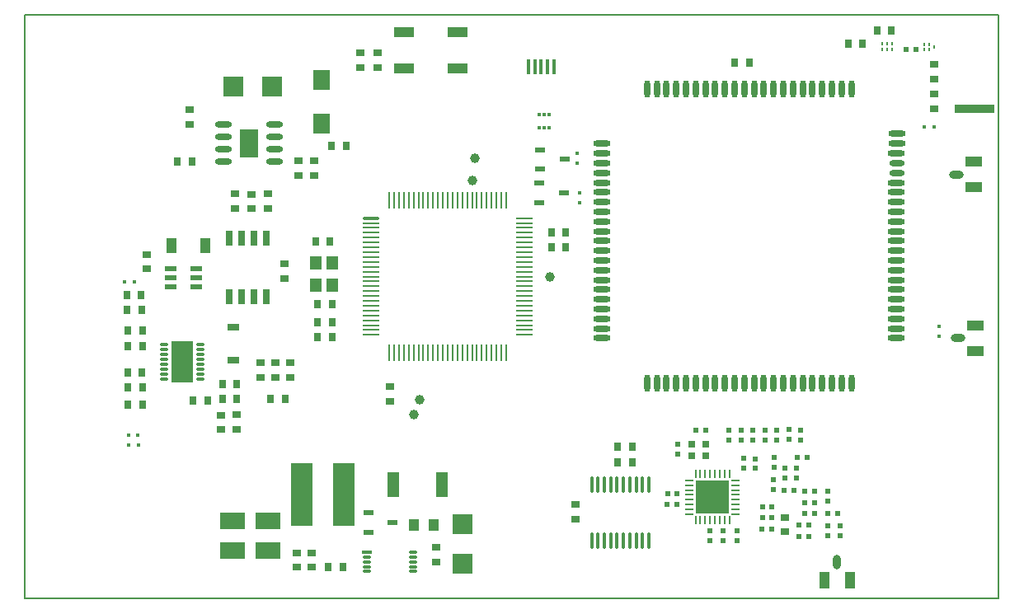
<source format=gtp>
%FSLAX25Y25*%
%MOIN*%
G70*
G01*
G75*
G04 Layer_Color=8421504*
%ADD10C,0.03000*%
%ADD11C,0.02000*%
%ADD12R,0.01575X0.01181*%
%ADD13R,0.03937X0.02362*%
%ADD14R,0.07480X0.11811*%
%ADD15O,0.06890X0.02362*%
%ADD16O,0.01378X0.06693*%
%ADD17R,0.02362X0.02362*%
%ADD18R,0.13386X0.13386*%
%ADD19O,0.00984X0.03740*%
%ADD20O,0.03740X0.00984*%
%ADD21R,0.03347X0.02756*%
%ADD22R,0.02756X0.03347*%
%ADD23R,0.02362X0.02362*%
%ADD24R,0.03937X0.07087*%
%ADD25O,0.03150X0.05906*%
%ADD26R,0.03150X0.02559*%
%ADD27R,0.01181X0.01575*%
%ADD28R,0.07087X0.03937*%
%ADD29O,0.05906X0.03150*%
%ADD30C,0.03937*%
%ADD31R,0.10000X0.07000*%
%ADD32R,0.04724X0.09843*%
%ADD33R,0.07874X0.07874*%
%ADD34R,0.03937X0.05906*%
%ADD35R,0.03937X0.05118*%
%ADD36R,0.08898X0.25590*%
%ADD37R,0.01063X0.06693*%
%ADD38R,0.06693X0.01063*%
%ADD39O,0.06693X0.01063*%
%ADD40R,0.07087X0.07874*%
%ADD41R,0.04803X0.02441*%
%ADD42R,0.08661X0.16929*%
%ADD43O,0.03740X0.01378*%
%ADD44R,0.04724X0.03150*%
%ADD45R,0.04800X0.05600*%
%ADD46R,0.02500X0.05906*%
%ADD47O,0.03937X0.01181*%
%ADD48R,0.03937X0.01181*%
%ADD49R,0.07874X0.07874*%
%ADD50R,0.01575X0.05906*%
%ADD51R,0.07874X0.03937*%
%ADD52R,0.01200X0.01800*%
G04:AMPARAMS|DCode=53|XSize=35.43mil|YSize=157.48mil|CornerRadius=1.77mil|HoleSize=0mil|Usage=FLASHONLY|Rotation=90.000|XOffset=0mil|YOffset=0mil|HoleType=Round|Shape=RoundedRectangle|*
%AMROUNDEDRECTD53*
21,1,0.03543,0.15394,0,0,90.0*
21,1,0.03189,0.15748,0,0,90.0*
1,1,0.00354,0.07697,0.01595*
1,1,0.00354,0.07697,-0.01595*
1,1,0.00354,-0.07697,-0.01595*
1,1,0.00354,-0.07697,0.01595*
%
%ADD53ROUNDEDRECTD53*%
%ADD54R,0.00984X0.01299*%
%ADD55R,0.02362X0.01969*%
%ADD56R,0.00984X0.01575*%
%ADD57O,0.02362X0.07087*%
%ADD58O,0.07087X0.02362*%
%ADD59O,0.06299X0.02362*%
%ADD60C,0.01000*%
%ADD61C,0.01500*%
%ADD62C,0.00800*%
%ADD63C,0.01200*%
%ADD64C,0.02500*%
%ADD65C,0.08000*%
%ADD66R,0.04800X0.04800*%
%ADD67R,0.04169X0.04500*%
%ADD68R,0.11300X0.08500*%
%ADD69R,0.04900X0.04500*%
%ADD70R,0.05658X0.04458*%
%ADD71R,0.27300X0.16100*%
%ADD72R,0.06600X0.19900*%
%ADD73R,0.05000X0.07173*%
%ADD74R,0.08700X0.05400*%
%ADD75R,0.08100X0.13300*%
%ADD76R,0.05700X0.21700*%
%ADD77R,0.10400X0.95500*%
%ADD78R,0.06200X0.14700*%
%ADD79R,0.04200X0.18700*%
%ADD80R,0.06700X0.09800*%
%ADD81R,0.06000X0.09600*%
%ADD82R,0.10500X0.06400*%
%ADD83R,0.18000X0.08400*%
%ADD84R,0.26500X0.16000*%
%ADD85R,0.34969X0.11400*%
%ADD86C,0.00500*%
%ADD87R,0.07874X0.07874*%
%ADD88C,0.07874*%
%ADD89R,0.05906X0.05906*%
%ADD90C,0.05906*%
%ADD91R,0.07874X0.11811*%
%ADD92O,0.07874X0.11811*%
%ADD93C,0.13780*%
%ADD94R,0.05315X0.07284*%
%ADD95C,0.01969*%
G04:AMPARAMS|DCode=96|XSize=51.18mil|YSize=173.23mil|CornerRadius=2.56mil|HoleSize=0mil|Usage=FLASHONLY|Rotation=90.000|XOffset=0mil|YOffset=0mil|HoleType=Round|Shape=RoundedRectangle|*
%AMROUNDEDRECTD96*
21,1,0.05118,0.16811,0,0,90.0*
21,1,0.04606,0.17323,0,0,90.0*
1,1,0.00512,0.08406,0.02303*
1,1,0.00512,0.08406,-0.02303*
1,1,0.00512,-0.08406,-0.02303*
1,1,0.00512,-0.08406,0.02303*
%
%ADD96ROUNDEDRECTD96*%
%ADD97C,0.02000*%
%ADD98C,0.03000*%
%ADD99C,0.04000*%
%ADD100C,0.03500*%
%ADD101C,0.02598*%
%ADD102C,0.04000*%
%ADD103R,0.02258X0.03258*%
%ADD104R,0.09400X0.04700*%
%ADD105R,0.15100X0.08700*%
%ADD106R,0.12100X0.12100*%
%ADD107R,0.09500X0.12000*%
%ADD108R,0.10200X0.09400*%
%ADD109R,0.42200X0.13900*%
%ADD110C,0.05000*%
%ADD111R,0.08300X0.14100*%
%ADD112R,0.08400X0.08100*%
%ADD113R,0.27100X0.16800*%
%ADD114R,0.19300X0.05600*%
%ADD115R,0.21900X0.04900*%
%ADD116R,0.06200X0.13300*%
%ADD117R,0.39000X0.13800*%
%ADD118R,0.08661X0.11024*%
%ADD119R,0.01969X0.07874*%
%ADD120R,0.19685X0.05118*%
%ADD121R,0.02362X0.03937*%
%ADD122R,0.03150X0.04724*%
%ADD123R,0.05118X0.19685*%
%ADD124R,0.07874X0.01969*%
%ADD125R,0.03347X0.01575*%
%ADD126O,0.03543X0.01969*%
%ADD127R,0.03543X0.01969*%
%ADD128O,0.03543X0.01969*%
%ADD129R,0.08268X0.02756*%
%ADD130R,0.04843X0.02559*%
%ADD131R,0.07000X0.10000*%
%ADD132R,0.16929X0.08661*%
%ADD133O,0.01378X0.03740*%
%ADD134O,0.08661X0.02362*%
%ADD135O,0.09843X0.02362*%
%ADD136R,0.07087X0.03937*%
%ADD137R,0.07874X0.14410*%
%ADD138R,0.06299X0.01969*%
%ADD139R,0.02500X0.05500*%
%ADD140C,0.09000*%
%ADD141R,0.05182X0.06835*%
%ADD142R,0.09300X0.11700*%
%ADD143R,0.22300X0.05500*%
%ADD144R,0.26931X0.16000*%
%ADD145R,0.15800X0.09700*%
%ADD146R,0.15200X0.28165*%
%ADD147R,0.08900X0.10200*%
%ADD148R,0.03474X0.08965*%
%ADD149R,0.07600X0.09400*%
%ADD150R,0.04900X0.17100*%
%ADD151R,0.08500X0.39500*%
%ADD152R,0.14700X0.03700*%
%ADD153R,0.48700X0.11300*%
%ADD154R,0.14000X0.54700*%
%ADD155R,0.29300X0.15600*%
%ADD156R,0.08800X0.07400*%
%ADD157R,0.11100X0.13400*%
%ADD158R,0.03600X0.11400*%
%ADD159R,0.05400X0.08800*%
%ADD160R,0.08600X0.09700*%
%ADD161C,0.00984*%
%ADD162C,0.02362*%
%ADD163C,0.00700*%
%ADD164C,0.00787*%
%ADD165C,0.00600*%
%ADD166C,0.00300*%
%ADD167R,0.05417X0.06634*%
D12*
X217100Y140137D02*
D03*
Y136200D02*
D03*
X216300Y152263D02*
D03*
Y156200D02*
D03*
X362600Y86200D02*
D03*
Y82263D02*
D03*
D13*
X200832Y144100D02*
D03*
X210674Y140163D02*
D03*
X200832Y136226D02*
D03*
X201200Y157700D02*
D03*
X211042Y153763D02*
D03*
X201200Y149826D02*
D03*
X131800Y3026D02*
D03*
X141642Y6963D02*
D03*
X131800Y10900D02*
D03*
D14*
X83500Y160400D02*
D03*
D15*
X93736Y152900D02*
D03*
Y157900D02*
D03*
Y162900D02*
D03*
Y167900D02*
D03*
X73264Y152900D02*
D03*
Y157900D02*
D03*
Y162900D02*
D03*
Y167900D02*
D03*
D16*
X222084Y-320D02*
D03*
X224643D02*
D03*
X227202D02*
D03*
X229761D02*
D03*
X232320D02*
D03*
X234879D02*
D03*
X237439D02*
D03*
X239998D02*
D03*
X242557D02*
D03*
X245116D02*
D03*
X222084Y22120D02*
D03*
X224643D02*
D03*
X227202D02*
D03*
X229761D02*
D03*
X232320D02*
D03*
X234879D02*
D03*
X237439D02*
D03*
X239998D02*
D03*
X242557D02*
D03*
X245116D02*
D03*
D17*
X256700Y38437D02*
D03*
Y34500D02*
D03*
X277500Y44337D02*
D03*
Y40400D02*
D03*
X292050Y44337D02*
D03*
Y40400D02*
D03*
X296900Y44337D02*
D03*
Y40400D02*
D03*
X301800Y44437D02*
D03*
Y40500D02*
D03*
X306600Y44337D02*
D03*
Y40400D02*
D03*
X287200D02*
D03*
Y44337D02*
D03*
X283500Y32837D02*
D03*
Y28900D02*
D03*
X282350Y44337D02*
D03*
Y40400D02*
D03*
X288000Y32737D02*
D03*
Y28800D02*
D03*
X300000Y28837D02*
D03*
Y24900D02*
D03*
X275300Y3637D02*
D03*
Y-300D02*
D03*
X322500Y1663D02*
D03*
Y5600D02*
D03*
X269875Y3437D02*
D03*
Y-500D02*
D03*
X280900Y3637D02*
D03*
Y-300D02*
D03*
X304800Y24863D02*
D03*
Y28800D02*
D03*
X295735Y29263D02*
D03*
Y33200D02*
D03*
X295600Y20363D02*
D03*
Y24300D02*
D03*
X317400Y19637D02*
D03*
Y15700D02*
D03*
X317600Y5637D02*
D03*
Y1700D02*
D03*
D18*
X270900Y17100D02*
D03*
D19*
X264010Y26450D02*
D03*
X265979D02*
D03*
X267947D02*
D03*
X269916D02*
D03*
X271884D02*
D03*
X273853D02*
D03*
X275821D02*
D03*
X277790D02*
D03*
Y7750D02*
D03*
X275821D02*
D03*
X273853D02*
D03*
X271884D02*
D03*
X269916D02*
D03*
X267947D02*
D03*
X265979D02*
D03*
X264010D02*
D03*
D20*
X280250Y23990D02*
D03*
Y22021D02*
D03*
Y20053D02*
D03*
Y18084D02*
D03*
Y16116D02*
D03*
Y14147D02*
D03*
Y12179D02*
D03*
Y10210D02*
D03*
X261550D02*
D03*
Y12179D02*
D03*
Y14147D02*
D03*
Y16116D02*
D03*
Y18084D02*
D03*
Y20053D02*
D03*
Y22021D02*
D03*
Y23990D02*
D03*
D21*
X215632Y8300D02*
D03*
Y14206D02*
D03*
X300300Y3094D02*
D03*
Y9000D02*
D03*
X135500Y190995D02*
D03*
Y196900D02*
D03*
X128600Y196806D02*
D03*
Y190900D02*
D03*
X59500Y167994D02*
D03*
Y173900D02*
D03*
X42300Y109494D02*
D03*
Y115400D02*
D03*
X78600Y44594D02*
D03*
Y50500D02*
D03*
X72000Y50406D02*
D03*
Y44500D02*
D03*
X100031Y65694D02*
D03*
Y71600D02*
D03*
X94032Y65694D02*
D03*
Y71600D02*
D03*
X88032Y65694D02*
D03*
Y71600D02*
D03*
X97831Y105694D02*
D03*
Y111600D02*
D03*
X77897Y139800D02*
D03*
Y133895D02*
D03*
X84600Y139706D02*
D03*
Y133800D02*
D03*
X90997Y133895D02*
D03*
Y139800D02*
D03*
X109820Y147294D02*
D03*
Y153200D02*
D03*
X103397Y147294D02*
D03*
Y153200D02*
D03*
X102865Y-11245D02*
D03*
Y-5339D02*
D03*
X108957Y-11222D02*
D03*
Y-5316D02*
D03*
X159200Y-9005D02*
D03*
Y-3100D02*
D03*
X140400Y55994D02*
D03*
Y61900D02*
D03*
X360500Y180306D02*
D03*
Y174400D02*
D03*
X360531Y192306D02*
D03*
Y186400D02*
D03*
D22*
X232537Y37700D02*
D03*
X238442D02*
D03*
X232594Y31100D02*
D03*
X238500D02*
D03*
X60505Y152900D02*
D03*
X54600D02*
D03*
X121405Y-11000D02*
D03*
X115500D02*
D03*
X110326Y120581D02*
D03*
X116232D02*
D03*
X34595Y84500D02*
D03*
X40500D02*
D03*
X34100Y93000D02*
D03*
X40005D02*
D03*
X33994Y99000D02*
D03*
X39900D02*
D03*
X34595Y78100D02*
D03*
X40500D02*
D03*
X40306Y67600D02*
D03*
X34400D02*
D03*
X34595Y61700D02*
D03*
X40500D02*
D03*
X34595Y54500D02*
D03*
X40500D02*
D03*
X66706Y56400D02*
D03*
X60800D02*
D03*
X72694Y56800D02*
D03*
X78600D02*
D03*
X78600Y62800D02*
D03*
X72694D02*
D03*
X92226Y56900D02*
D03*
X98132D02*
D03*
X111126Y81800D02*
D03*
X117032D02*
D03*
X117137Y87900D02*
D03*
X111232D02*
D03*
X117206Y95100D02*
D03*
X111300D02*
D03*
X122772Y159200D02*
D03*
X116866D02*
D03*
X205732Y124400D02*
D03*
X211637D02*
D03*
X205732Y118200D02*
D03*
X211637D02*
D03*
X337394Y206000D02*
D03*
X343300D02*
D03*
X325726Y200600D02*
D03*
X331631D02*
D03*
X279894Y193000D02*
D03*
X285800D02*
D03*
D23*
X264263Y44300D02*
D03*
X268200D02*
D03*
X305063Y33200D02*
D03*
X309000D02*
D03*
X256537Y14200D02*
D03*
X252600D02*
D03*
X308263Y19700D02*
D03*
X312200D02*
D03*
X294937Y13300D02*
D03*
X291000D02*
D03*
X312237Y10500D02*
D03*
X308300D02*
D03*
X317563Y10600D02*
D03*
X321500D02*
D03*
X256637Y18500D02*
D03*
X252700D02*
D03*
X294737Y4300D02*
D03*
X290800D02*
D03*
X299863Y19800D02*
D03*
X303800D02*
D03*
X308263Y15000D02*
D03*
X312200D02*
D03*
X294937Y8800D02*
D03*
X291000D02*
D03*
X305863Y5800D02*
D03*
X309800D02*
D03*
X305863Y1100D02*
D03*
X309800D02*
D03*
D24*
X316182Y-16286D02*
D03*
X326418Y-16287D02*
D03*
D25*
X321300Y-9200D02*
D03*
D26*
X262347Y38564D02*
D03*
X268253Y38564D02*
D03*
X262347Y34036D02*
D03*
X268253D02*
D03*
D27*
X37137Y104200D02*
D03*
X33200D02*
D03*
X34663Y42300D02*
D03*
X38600D02*
D03*
X34763Y38400D02*
D03*
X38700D02*
D03*
X356600Y166900D02*
D03*
X360537D02*
D03*
D28*
X376518Y142582D02*
D03*
X376518Y152818D02*
D03*
X377287Y76292D02*
D03*
X377287Y86528D02*
D03*
D29*
X369431Y147700D02*
D03*
X370200Y81410D02*
D03*
D30*
X152507Y56593D02*
D03*
X150266Y50534D02*
D03*
X173800Y145200D02*
D03*
X174800Y154400D02*
D03*
X205000Y106400D02*
D03*
D31*
X91100Y7700D02*
D03*
Y-4300D02*
D03*
X76700Y7500D02*
D03*
Y-4500D02*
D03*
D32*
X141700Y22100D02*
D03*
X161385D02*
D03*
D33*
X77200Y183100D02*
D03*
X92948D02*
D03*
D34*
X65800Y118900D02*
D03*
X52021D02*
D03*
D35*
X158074Y5800D02*
D03*
X150200D02*
D03*
D36*
X121664Y18105D02*
D03*
X104931D02*
D03*
D37*
X140209Y137305D02*
D03*
X142178D02*
D03*
X144147D02*
D03*
X146115D02*
D03*
X148083D02*
D03*
X150052D02*
D03*
X152021D02*
D03*
X153989D02*
D03*
X155957D02*
D03*
X157926D02*
D03*
X159895D02*
D03*
X161863D02*
D03*
X163831D02*
D03*
X165800D02*
D03*
X167769D02*
D03*
X169737D02*
D03*
X171705D02*
D03*
X173674D02*
D03*
X175643D02*
D03*
X177611D02*
D03*
X179579D02*
D03*
X181548D02*
D03*
X183517D02*
D03*
X185485D02*
D03*
X187453D02*
D03*
Y75494D02*
D03*
X185485D02*
D03*
X183517D02*
D03*
X181548D02*
D03*
X179579D02*
D03*
X177611D02*
D03*
X175643D02*
D03*
X173674D02*
D03*
X171705D02*
D03*
X169737D02*
D03*
X167769D02*
D03*
X165800D02*
D03*
X163831D02*
D03*
X161863D02*
D03*
X159895D02*
D03*
X157926D02*
D03*
X155957D02*
D03*
X153989D02*
D03*
X152021D02*
D03*
X150052D02*
D03*
X148083D02*
D03*
X146115D02*
D03*
X144147D02*
D03*
X142178D02*
D03*
X140209D02*
D03*
D38*
X194737Y130022D02*
D03*
Y128053D02*
D03*
Y126085D02*
D03*
Y124117D02*
D03*
Y122148D02*
D03*
Y120179D02*
D03*
Y118211D02*
D03*
Y116243D02*
D03*
Y114274D02*
D03*
Y112305D02*
D03*
Y110337D02*
D03*
Y108369D02*
D03*
Y106400D02*
D03*
Y104431D02*
D03*
Y102463D02*
D03*
Y100495D02*
D03*
Y98526D02*
D03*
Y96557D02*
D03*
Y94589D02*
D03*
Y92620D02*
D03*
Y90652D02*
D03*
Y88683D02*
D03*
Y86715D02*
D03*
Y84746D02*
D03*
Y82778D02*
D03*
X132926D02*
D03*
Y84746D02*
D03*
Y86715D02*
D03*
Y88683D02*
D03*
Y90652D02*
D03*
Y92620D02*
D03*
Y94589D02*
D03*
Y96557D02*
D03*
Y98526D02*
D03*
Y100495D02*
D03*
Y102463D02*
D03*
Y104431D02*
D03*
Y106400D02*
D03*
Y108369D02*
D03*
Y110337D02*
D03*
Y112305D02*
D03*
Y114274D02*
D03*
Y116243D02*
D03*
Y118211D02*
D03*
Y120179D02*
D03*
Y122148D02*
D03*
Y124117D02*
D03*
Y126085D02*
D03*
Y128053D02*
D03*
D39*
Y130022D02*
D03*
D40*
X112932Y168300D02*
D03*
X112831Y186016D02*
D03*
D41*
X62218Y102173D02*
D03*
X51903Y105913D02*
D03*
Y109653D02*
D03*
Y102173D02*
D03*
X62218Y109653D02*
D03*
Y105913D02*
D03*
D42*
X56532Y71900D02*
D03*
D43*
X63913Y78790D02*
D03*
Y76821D02*
D03*
Y74853D02*
D03*
Y72884D02*
D03*
Y70916D02*
D03*
Y68947D02*
D03*
Y66979D02*
D03*
Y65010D02*
D03*
X49150D02*
D03*
Y66979D02*
D03*
Y68947D02*
D03*
Y70916D02*
D03*
Y72884D02*
D03*
Y74853D02*
D03*
Y76821D02*
D03*
Y78790D02*
D03*
D44*
X77031Y85900D02*
D03*
Y72514D02*
D03*
D45*
X117178Y111781D02*
D03*
X117178Y103050D02*
D03*
X110432Y111781D02*
D03*
Y103050D02*
D03*
D46*
X80462Y98218D02*
D03*
X85462Y121840D02*
D03*
X90462D02*
D03*
X75462Y98218D02*
D03*
X90462D02*
D03*
X75462Y121840D02*
D03*
X80462D02*
D03*
X85462Y98218D02*
D03*
D47*
X149732Y-12909D02*
D03*
Y-7003D02*
D03*
Y-5035D02*
D03*
X131032Y-7003D02*
D03*
Y-8972D02*
D03*
X149732D02*
D03*
X131032Y-10940D02*
D03*
Y-12909D02*
D03*
X149732Y-10940D02*
D03*
D48*
X131032Y-5035D02*
D03*
D49*
X169800Y-9600D02*
D03*
Y6148D02*
D03*
D50*
X199091Y191300D02*
D03*
X206768D02*
D03*
X204209D02*
D03*
X201650D02*
D03*
X196531D02*
D03*
D51*
X146031Y190600D02*
D03*
Y205167D02*
D03*
X167685Y190600D02*
D03*
Y205167D02*
D03*
D52*
X200832Y171958D02*
D03*
X204800D02*
D03*
X202832D02*
D03*
X200832Y166600D02*
D03*
X202832D02*
D03*
X204800D02*
D03*
D53*
X376932Y174300D02*
D03*
D54*
X358531Y198216D02*
D03*
X356563D02*
D03*
Y200184D02*
D03*
X358531D02*
D03*
X360500Y199200D02*
D03*
D55*
X349232Y198200D02*
D03*
X353169D02*
D03*
D56*
X339432Y200562D02*
D03*
X341400D02*
D03*
X343369D02*
D03*
Y198200D02*
D03*
X341400D02*
D03*
X339432D02*
D03*
D57*
X327072Y63300D02*
D03*
X252269Y182198D02*
D03*
X256206D02*
D03*
X260142D02*
D03*
X248331D02*
D03*
X264079D02*
D03*
X268017Y182198D02*
D03*
X271954Y182198D02*
D03*
X275891D02*
D03*
X279828Y182198D02*
D03*
X283765Y182198D02*
D03*
X287702D02*
D03*
X291639D02*
D03*
X295576D02*
D03*
X299513D02*
D03*
X303450D02*
D03*
X307387D02*
D03*
X311324D02*
D03*
X315261D02*
D03*
X319198D02*
D03*
X323135Y182198D02*
D03*
X323135Y63300D02*
D03*
X319198D02*
D03*
X315261D02*
D03*
X311324D02*
D03*
X307387D02*
D03*
X303450D02*
D03*
X299513D02*
D03*
X295576D02*
D03*
X291639D02*
D03*
X287702D02*
D03*
X283765D02*
D03*
X279828D02*
D03*
X275891D02*
D03*
X271954D02*
D03*
X268017D02*
D03*
X264079D02*
D03*
X260142D02*
D03*
X256206D02*
D03*
X252269D02*
D03*
X248331D02*
D03*
X244394D02*
D03*
X327072Y182198D02*
D03*
X244394D02*
D03*
D58*
X226284Y160150D02*
D03*
Y156213D02*
D03*
Y152276D02*
D03*
Y148339D02*
D03*
Y144402D02*
D03*
Y140465D02*
D03*
Y136528D02*
D03*
X226284Y132591D02*
D03*
Y128654D02*
D03*
X226284Y124717D02*
D03*
Y120780D02*
D03*
X226284Y116843D02*
D03*
X226284Y112906D02*
D03*
Y108969D02*
D03*
Y105032D02*
D03*
Y101095D02*
D03*
Y97158D02*
D03*
Y93221D02*
D03*
X226284Y89284D02*
D03*
X226284Y85347D02*
D03*
X345182D02*
D03*
Y89284D02*
D03*
Y93221D02*
D03*
Y97158D02*
D03*
Y101095D02*
D03*
Y105032D02*
D03*
Y108969D02*
D03*
Y112906D02*
D03*
Y116843D02*
D03*
Y120780D02*
D03*
Y124717D02*
D03*
X345182Y128654D02*
D03*
X345182Y132591D02*
D03*
Y136528D02*
D03*
Y140465D02*
D03*
Y144402D02*
D03*
Y156213D02*
D03*
X345576Y160150D02*
D03*
X226284Y81410D02*
D03*
X345182D02*
D03*
X345576Y164087D02*
D03*
D59*
X345576Y148339D02*
D03*
Y152276D02*
D03*
D86*
X386632Y-23921D02*
Y212300D01*
X-7068Y-23921D02*
X386632D01*
X-7068D02*
Y212300D01*
X386632D01*
M02*

</source>
